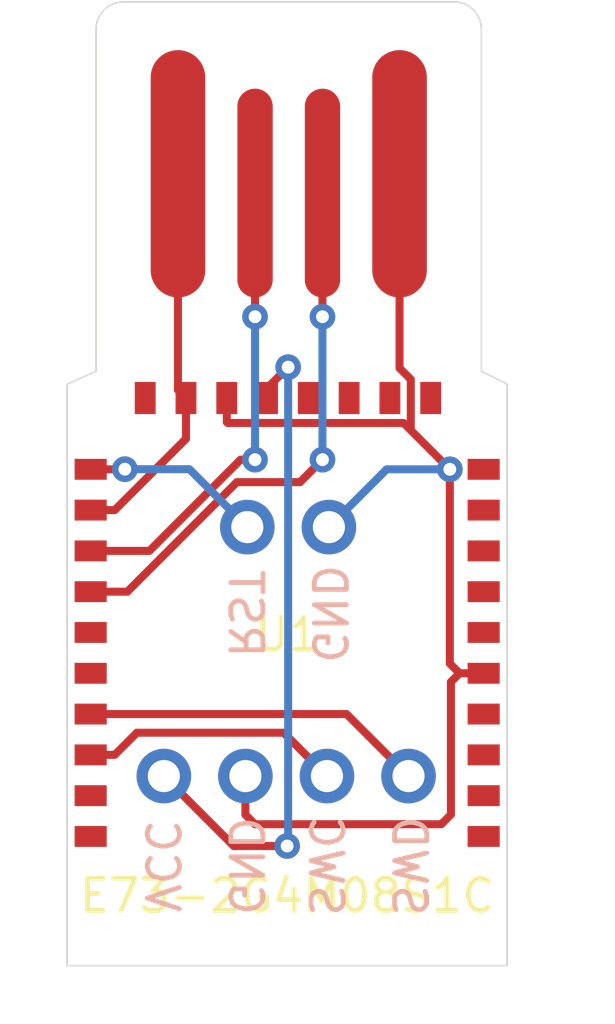
<source format=kicad_pcb>
(kicad_pcb (version 20171130) (host pcbnew "(5.1.5)-3")

  (general
    (thickness 1.6)
    (drawings 16)
    (tracks 63)
    (zones 0)
    (modules 4)
    (nets 27)
  )

  (page A4)
  (layers
    (0 F.Cu signal)
    (31 B.Cu signal)
    (32 B.Adhes user)
    (33 F.Adhes user)
    (34 B.Paste user)
    (35 F.Paste user)
    (36 B.SilkS user)
    (37 F.SilkS user)
    (38 B.Mask user)
    (39 F.Mask user)
    (40 Dwgs.User user)
    (41 Cmts.User user)
    (42 Eco1.User user)
    (43 Eco2.User user)
    (44 Edge.Cuts user)
    (45 Margin user)
    (46 B.CrtYd user)
    (47 F.CrtYd user)
    (48 B.Fab user)
    (49 F.Fab user)
  )

  (setup
    (last_trace_width 0.25)
    (trace_clearance 0.1524)
    (zone_clearance 0.508)
    (zone_45_only no)
    (trace_min 0.2)
    (via_size 0.8)
    (via_drill 0.4)
    (via_min_size 0.4)
    (via_min_drill 0.3)
    (uvia_size 0.3)
    (uvia_drill 0.1)
    (uvias_allowed no)
    (uvia_min_size 0.2)
    (uvia_min_drill 0.1)
    (edge_width 0.05)
    (segment_width 0.2)
    (pcb_text_width 0.3)
    (pcb_text_size 1.5 1.5)
    (mod_edge_width 0.12)
    (mod_text_size 1 1)
    (mod_text_width 0.15)
    (pad_size 1.524 1.524)
    (pad_drill 0.762)
    (pad_to_mask_clearance 0.051)
    (solder_mask_min_width 0.25)
    (aux_axis_origin 0 0)
    (visible_elements FFFFFF7F)
    (pcbplotparams
      (layerselection 0x010fc_ffffffff)
      (usegerberextensions false)
      (usegerberattributes false)
      (usegerberadvancedattributes false)
      (creategerberjobfile false)
      (excludeedgelayer true)
      (linewidth 0.100000)
      (plotframeref false)
      (viasonmask false)
      (mode 1)
      (useauxorigin false)
      (hpglpennumber 1)
      (hpglpenspeed 20)
      (hpglpendiameter 15.000000)
      (psnegative false)
      (psa4output false)
      (plotreference true)
      (plotvalue true)
      (plotinvisibletext false)
      (padsonsilk false)
      (subtractmaskfromsilk false)
      (outputformat 1)
      (mirror false)
      (drillshape 1)
      (scaleselection 1)
      (outputdirectory ""))
  )

  (net 0 "")
  (net 1 SWC)
  (net 2 GND)
  (net 3 SWD)
  (net 4 VCC)
  (net 5 RESET)
  (net 6 "Net-(J3-Pad3)")
  (net 7 "Net-(J3-Pad2)")
  (net 8 VBUS)
  (net 9 "Net-(U1-Pad10)")
  (net 10 "Net-(U1-Pad9)")
  (net 11 "Net-(U1-Pad8)")
  (net 12 "Net-(U1-Pad7)")
  (net 13 "Net-(U1-Pad6)")
  (net 14 "Net-(U1-Pad4)")
  (net 15 "Net-(U1-Pad3)")
  (net 16 "Net-(U1-Pad2)")
  (net 17 "Net-(U1-Pad1)")
  (net 18 "Net-(U1-Pad43)")
  (net 19 "Net-(U1-Pad33)")
  (net 20 "Net-(U1-Pad41)")
  (net 21 "Net-(U1-Pad35)")
  (net 22 "Net-(U1-Pad11)")
  (net 23 "Net-(U1-Pad13)")
  (net 24 "Net-(U1-Pad15)")
  (net 25 "Net-(U1-Pad17)")
  (net 26 "Net-(U1-Pad25)")

  (net_class Default "This is the default net class."
    (clearance 0.1524)
    (trace_width 0.25)
    (via_dia 0.8)
    (via_drill 0.4)
    (uvia_dia 0.3)
    (uvia_drill 0.1)
    (add_net GND)
    (add_net "Net-(J3-Pad2)")
    (add_net "Net-(J3-Pad3)")
    (add_net "Net-(U1-Pad1)")
    (add_net "Net-(U1-Pad10)")
    (add_net "Net-(U1-Pad11)")
    (add_net "Net-(U1-Pad13)")
    (add_net "Net-(U1-Pad15)")
    (add_net "Net-(U1-Pad17)")
    (add_net "Net-(U1-Pad2)")
    (add_net "Net-(U1-Pad25)")
    (add_net "Net-(U1-Pad3)")
    (add_net "Net-(U1-Pad33)")
    (add_net "Net-(U1-Pad35)")
    (add_net "Net-(U1-Pad4)")
    (add_net "Net-(U1-Pad41)")
    (add_net "Net-(U1-Pad43)")
    (add_net "Net-(U1-Pad6)")
    (add_net "Net-(U1-Pad7)")
    (add_net "Net-(U1-Pad8)")
    (add_net "Net-(U1-Pad9)")
    (add_net RESET)
    (add_net SWC)
    (add_net SWD)
    (add_net VBUS)
    (add_net VCC)
  )

  (module nrf52840-dongle-e73:usb-pcb (layer F.Cu) (tedit 5F211531) (tstamp 5F215EA2)
    (at 53.55 49.9)
    (path /5F21011A)
    (fp_text reference J3 (at 0 4.65) (layer F.SilkS) hide
      (effects (font (size 1 1) (thickness 0.15)))
    )
    (fp_text value USB_A (at 0 -4.55) (layer F.Fab)
      (effects (font (size 1 1) (thickness 0.15)))
    )
    (fp_line (start -6 6.15) (end -6 -5.35) (layer F.Fab) (width 0.12))
    (fp_line (start 6 6.15) (end -6 6.15) (layer F.Fab) (width 0.12))
    (fp_line (start 6 -5.35) (end 6 6.15) (layer F.Fab) (width 0.12))
    (fp_line (start -6 -5.35) (end 6 -5.35) (layer F.Fab) (width 0.12))
    (pad 3 smd oval (at 1.05 0.6) (size 1.1 6.5) (layers F.Cu F.Paste F.Mask)
      (net 6 "Net-(J3-Pad3)"))
    (pad 2 smd oval (at -1.05 0.6) (size 1.1 6.5) (layers F.Cu F.Paste F.Mask)
      (net 7 "Net-(J3-Pad2)"))
    (pad 4 smd oval (at 3.45 0) (size 1.7 7.7) (layers F.Cu F.Paste F.Mask)
      (net 2 GND))
    (pad 1 smd oval (at -3.45 0) (size 1.7 7.7) (layers F.Cu F.Paste F.Mask)
      (net 8 VBUS))
  )

  (module nrfmicro:E73-2G4M08S1C-52840-NO-UNDER (layer F.Cu) (tedit 5F210C71) (tstamp 5F215EC7)
    (at 53.5 56.5 270)
    (path /5F20E194)
    (fp_text reference U1 (at 7.746775 -0.000467 180) (layer F.SilkS)
      (effects (font (size 1 1) (thickness 0.15)))
    )
    (fp_text value E73-2G4M08S1C-52840 (at 9.778775 -0.635467 180) (layer F.Fab)
      (effects (font (size 1 1) (thickness 0.15)))
    )
    (fp_line (start -0.127 -6.604) (end -0.127 6.604) (layer F.Fab) (width 0.15))
    (fp_line (start -0.127 6.604) (end 18.034 6.604) (layer F.Fab) (width 0.15))
    (fp_line (start 18.034 6.604) (end 18.034 -6.604) (layer F.Fab) (width 0.15))
    (fp_line (start 18.034 -6.604) (end -0.127 -6.604) (layer F.Fab) (width 0.15))
    (fp_text user E73-2G4M08S1C (at 15.875 0) (layer F.SilkS)
      (effects (font (size 1 1) (thickness 0.15)))
    )
    (pad 10 smd rect (at 2.6 -6.119 270) (size 0.65 1) (layers F.Cu F.Paste F.Mask)
      (net 9 "Net-(U1-Pad10)"))
    (pad 9 smd rect (at 3.87 -6.119 270) (size 0.65 1) (layers F.Cu F.Paste F.Mask)
      (net 10 "Net-(U1-Pad9)"))
    (pad 8 smd rect (at 5.14 -6.119 270) (size 0.65 1) (layers F.Cu F.Paste F.Mask)
      (net 11 "Net-(U1-Pad8)"))
    (pad 7 smd rect (at 6.41 -6.119 270) (size 0.65 1) (layers F.Cu F.Paste F.Mask)
      (net 12 "Net-(U1-Pad7)"))
    (pad 6 smd rect (at 7.68 -6.119 270) (size 0.65 1) (layers F.Cu F.Paste F.Mask)
      (net 13 "Net-(U1-Pad6)"))
    (pad 5 smd rect (at 8.95 -6.119 270) (size 0.65 1) (layers F.Cu F.Paste F.Mask)
      (net 2 GND))
    (pad 4 smd rect (at 10.22 -6.119 270) (size 0.65 1) (layers F.Cu F.Paste F.Mask)
      (net 14 "Net-(U1-Pad4)"))
    (pad 3 smd rect (at 11.49 -6.119 270) (size 0.65 1) (layers F.Cu F.Paste F.Mask)
      (net 15 "Net-(U1-Pad3)"))
    (pad 2 smd rect (at 12.76 -6.119 270) (size 0.65 1) (layers F.Cu F.Paste F.Mask)
      (net 16 "Net-(U1-Pad2)"))
    (pad 1 smd rect (at 14.03 -6.119 270) (size 0.65 1) (layers F.Cu F.Paste F.Mask)
      (net 17 "Net-(U1-Pad1)"))
    (pad 31 smd rect (at 6.41 6.119 270) (size 0.65 1) (layers F.Cu F.Paste F.Mask)
      (net 6 "Net-(J3-Pad3)"))
    (pad 43 smd rect (at 14.03 6.119 270) (size 0.65 1) (layers F.Cu F.Paste F.Mask)
      (net 18 "Net-(U1-Pad43)"))
    (pad 33 smd rect (at 7.68 6.119 270) (size 0.65 1) (layers F.Cu F.Paste F.Mask)
      (net 19 "Net-(U1-Pad33)"))
    (pad 41 smd rect (at 12.76 6.119 270) (size 0.65 1) (layers F.Cu F.Paste F.Mask)
      (net 20 "Net-(U1-Pad41)"))
    (pad 39 smd rect (at 11.49 6.119 270) (size 0.65 1) (layers F.Cu F.Paste F.Mask)
      (net 1 SWC))
    (pad 37 smd rect (at 10.22 6.119 270) (size 0.65 1) (layers F.Cu F.Paste F.Mask)
      (net 3 SWD))
    (pad 29 smd rect (at 5.14 6.119 270) (size 0.65 1) (layers F.Cu F.Paste F.Mask)
      (net 7 "Net-(J3-Pad2)"))
    (pad 35 smd rect (at 8.95 6.119 270) (size 0.65 1) (layers F.Cu F.Paste F.Mask)
      (net 21 "Net-(U1-Pad35)"))
    (pad 27 smd rect (at 3.87 6.119 270) (size 0.65 1) (layers F.Cu F.Paste F.Mask)
      (net 8 VBUS))
    (pad 26 smd rect (at 2.6 6.119 270) (size 0.65 1) (layers F.Cu F.Paste F.Mask)
      (net 5 RESET))
    (pad 23 smd rect (at 0.381 3.15) (size 0.65 1) (layers F.Cu F.Paste F.Mask)
      (net 8 VBUS))
    (pad 11 smd rect (at 0.381 -4.47) (size 0.65 1) (layers F.Cu F.Paste F.Mask)
      (net 22 "Net-(U1-Pad11)"))
    (pad 21 smd rect (at 0.381 1.88) (size 0.65 1) (layers F.Cu F.Paste F.Mask)
      (net 2 GND))
    (pad 13 smd rect (at 0.381 -3.2) (size 0.65 1) (layers F.Cu F.Paste F.Mask)
      (net 23 "Net-(U1-Pad13)"))
    (pad 15 smd rect (at 0.381 -1.93) (size 0.65 1) (layers F.Cu F.Paste F.Mask)
      (net 24 "Net-(U1-Pad15)"))
    (pad 17 smd rect (at 0.381 -0.66) (size 0.65 1) (layers F.Cu F.Paste F.Mask)
      (net 25 "Net-(U1-Pad17)"))
    (pad 25 smd rect (at 0.381 4.42) (size 0.65 1) (layers F.Cu F.Paste F.Mask)
      (net 26 "Net-(U1-Pad25)"))
    (pad 19 smd rect (at 0.381 0.61) (size 0.65 1) (layers F.Cu F.Paste F.Mask)
      (net 4 VCC))
    (model ${KIPRJMOD}/nrfmicro.pretty/3d/E73-2G4M08S1C.step
      (at (xyz 0 0 0))
      (scale (xyz 1 1 1))
      (rotate (xyz 0 0 0))
    )
  )

  (module nrf52840-dongle-e73:reset-conn (layer F.Cu) (tedit 5F20F886) (tstamp 5F215E92)
    (at 52.26 60.9 90)
    (path /5F21F540)
    (fp_text reference J2 (at 0 4.45 90) (layer F.SilkS) hide
      (effects (font (size 1 1) (thickness 0.15)))
    )
    (fp_text value Conn_01x02_Female (at 0 -1.9 90) (layer F.Fab)
      (effects (font (size 1 1) (thickness 0.15)))
    )
    (pad 1 thru_hole circle (at 0 0 90) (size 1.7 1.7) (drill 1) (layers *.Cu *.Mask)
      (net 5 RESET))
    (pad 2 thru_hole oval (at 0 2.54 90) (size 1.7 1.7) (drill 1) (layers *.Cu *.Mask)
      (net 2 GND))
  )

  (module nrf52840-dongle-e73:programmer-conn (layer B.Cu) (tedit 5F20F79B) (tstamp 5F215E8C)
    (at 49.66 68.65 270)
    (path /5F21C9D0)
    (fp_text reference J1 (at 0 -10.3 270) (layer B.SilkS) hide
      (effects (font (size 1 1) (thickness 0.15)) (justify mirror))
    )
    (fp_text value Conn_01x04_Female (at 0 1.8 270) (layer B.Fab)
      (effects (font (size 1 1) (thickness 0.15)) (justify mirror))
    )
    (pad 3 thru_hole oval (at 0 -5.08 270) (size 1.7 1.7) (drill 1) (layers *.Cu *.Mask)
      (net 1 SWC))
    (pad 2 thru_hole oval (at 0 -2.54 270) (size 1.7 1.7) (drill 1) (layers *.Cu *.Mask)
      (net 2 GND))
    (pad 4 thru_hole oval (at 0 -7.62 270) (size 1.7 1.7) (drill 1) (layers *.Cu *.Mask)
      (net 3 SWD))
    (pad 1 thru_hole circle (at 0 0 270) (size 1.7 1.7) (drill 1) (layers *.Cu *.Mask)
      (net 4 VCC))
  )

  (gr_arc (start 58.7 45.4) (end 59.55 45.4) (angle -90) (layer Edge.Cuts) (width 0.05) (tstamp 5F2172AD))
  (gr_arc (start 48.4 45.4) (end 48.4 44.55) (angle -90) (layer Edge.Cuts) (width 0.05))
  (gr_text GND (at 54.8 63.6 270) (layer B.SilkS) (tstamp 5F216718)
    (effects (font (size 1 1) (thickness 0.15)) (justify mirror))
  )
  (gr_text RST (at 52.2 63.6 270) (layer B.SilkS) (tstamp 5F216717)
    (effects (font (size 1 1) (thickness 0.15)) (justify mirror))
  )
  (gr_line (start 46.65 74.55) (end 60.35 74.55) (layer Edge.Cuts) (width 0.05) (tstamp 5F2166DC))
  (gr_line (start 60.35 56.45) (end 59.55 56.05) (layer Edge.Cuts) (width 0.05) (tstamp 5F2166DB))
  (gr_line (start 60.35 74.55) (end 60.35 56.45) (layer Edge.Cuts) (width 0.05) (tstamp 5F2166D1))
  (gr_line (start 46.65 56.45) (end 47.55 56.05) (layer Edge.Cuts) (width 0.05) (tstamp 5F2166C8))
  (gr_line (start 46.65 74.55) (end 46.65 56.45) (layer Edge.Cuts) (width 0.05))
  (gr_line (start 47.55 45.4) (end 47.55 56.05) (layer Edge.Cuts) (width 0.05))
  (gr_line (start 59.55 45.4) (end 59.55 56.05) (layer Edge.Cuts) (width 0.05))
  (gr_line (start 48.4 44.55) (end 58.7 44.55) (layer Edge.Cuts) (width 0.05))
  (gr_text SWD (at 57.3 71.45 270) (layer B.SilkS) (tstamp 5F2162FE)
    (effects (font (size 1 1) (thickness 0.15)) (justify mirror))
  )
  (gr_text SWC (at 54.7 71.45 270) (layer B.SilkS) (tstamp 5F2162FE)
    (effects (font (size 1 1) (thickness 0.15)) (justify mirror))
  )
  (gr_text GND (at 52.2 71.45 270) (layer B.SilkS) (tstamp 5F2162FE)
    (effects (font (size 1 1) (thickness 0.15)) (justify mirror))
  )
  (gr_text VCC (at 49.6 71.45 270) (layer B.SilkS)
    (effects (font (size 1 1) (thickness 0.15)) (justify mirror))
  )

  (segment (start 47.381 67.99) (end 48.131 67.99) (width 0.25) (layer F.Cu) (net 1))
  (segment (start 48.131 67.99) (end 48.821 67.3) (width 0.25) (layer F.Cu) (net 1))
  (segment (start 53.39 67.3) (end 54.74 68.65) (width 0.25) (layer F.Cu) (net 1))
  (segment (start 48.821 67.3) (end 53.39 67.3) (width 0.25) (layer F.Cu) (net 1))
  (segment (start 51.62 57.631) (end 51.62 56.881) (width 0.25) (layer F.Cu) (net 2))
  (segment (start 51.647401 57.658401) (end 51.62 57.631) (width 0.25) (layer F.Cu) (net 2))
  (segment (start 54.8 60.9) (end 56.6 59.1) (width 0.25) (layer B.Cu) (net 2))
  (via (at 58.566598 59.1) (size 0.8) (drill 0.4) (layers F.Cu B.Cu) (net 2))
  (segment (start 56.6 59.1) (end 58.566598 59.1) (width 0.25) (layer B.Cu) (net 2))
  (segment (start 58.566598 59.665685) (end 58.566598 59.1) (width 0.25) (layer F.Cu) (net 2))
  (segment (start 58.566598 65.147598) (end 58.566598 59.665685) (width 0.25) (layer F.Cu) (net 2))
  (segment (start 58.869 65.45) (end 58.566598 65.147598) (width 0.25) (layer F.Cu) (net 2))
  (segment (start 59.619 65.45) (end 58.869 65.45) (width 0.25) (layer F.Cu) (net 2))
  (segment (start 52.2 69.852081) (end 52.497919 70.15) (width 0.25) (layer F.Cu) (net 2))
  (segment (start 52.2 68.65) (end 52.2 69.852081) (width 0.25) (layer F.Cu) (net 2))
  (segment (start 52.497919 70.15) (end 58.3 70.15) (width 0.25) (layer F.Cu) (net 2))
  (segment (start 58.3 70.15) (end 58.6 69.85) (width 0.25) (layer F.Cu) (net 2))
  (segment (start 58.6 65.719) (end 58.869 65.45) (width 0.25) (layer F.Cu) (net 2))
  (segment (start 58.6 69.85) (end 58.6 65.719) (width 0.25) (layer F.Cu) (net 2))
  (segment (start 58.566598 59.1) (end 57.35 57.883402) (width 0.25) (layer F.Cu) (net 2))
  (segment (start 57.35 57.883402) (end 57.35 56.3) (width 0.25) (layer F.Cu) (net 2))
  (segment (start 57 49.9) (end 57 55.95) (width 0.25) (layer F.Cu) (net 2))
  (segment (start 57 55.95) (end 57.35 56.3) (width 0.25) (layer F.Cu) (net 2))
  (segment (start 57.124999 57.658401) (end 57.35 57.883402) (width 0.25) (layer F.Cu) (net 2))
  (segment (start 51.647401 57.658401) (end 57.124999 57.658401) (width 0.25) (layer F.Cu) (net 2))
  (segment (start 55.35 66.72) (end 57.28 68.65) (width 0.25) (layer F.Cu) (net 3))
  (segment (start 47.381 66.72) (end 55.35 66.72) (width 0.25) (layer F.Cu) (net 3))
  (via (at 53.53124 55.919613) (size 0.8) (drill 0.4) (layers F.Cu B.Cu) (net 4))
  (segment (start 52.89 56.881) (end 52.89 56.560853) (width 0.25) (layer F.Cu) (net 4))
  (segment (start 52.89 56.560853) (end 53.53124 55.919613) (width 0.25) (layer F.Cu) (net 4))
  (segment (start 53.53124 55.919613) (end 53.53124 64.77876) (width 0.25) (layer B.Cu) (net 4))
  (via (at 53.5 70.8274) (size 0.8) (drill 0.4) (layers F.Cu B.Cu) (net 4))
  (segment (start 53.53124 64.77876) (end 53.53124 70.79616) (width 0.25) (layer B.Cu) (net 4))
  (segment (start 53.53124 70.79616) (end 53.5 70.8274) (width 0.25) (layer B.Cu) (net 4))
  (segment (start 51.8374 70.8274) (end 49.66 68.65) (width 0.25) (layer F.Cu) (net 4))
  (segment (start 53.5 70.8274) (end 51.8374 70.8274) (width 0.25) (layer F.Cu) (net 4))
  (segment (start 47.381 59.1) (end 48.44301 59.1) (width 0.25) (layer F.Cu) (net 5))
  (via (at 48.446505 59.096505) (size 0.8) (drill 0.4) (layers F.Cu B.Cu) (net 5))
  (segment (start 48.44301 59.1) (end 48.446505 59.096505) (width 0.25) (layer F.Cu) (net 5))
  (segment (start 50.456505 59.096505) (end 52.26 60.9) (width 0.25) (layer B.Cu) (net 5))
  (segment (start 48.446505 59.096505) (end 50.456505 59.096505) (width 0.25) (layer B.Cu) (net 5))
  (segment (start 48.524315 62.91) (end 47.381 62.91) (width 0.25) (layer F.Cu) (net 6))
  (segment (start 51.934315 59.5) (end 48.524315 62.91) (width 0.25) (layer F.Cu) (net 6))
  (via (at 54.6 54.35) (size 0.8) (drill 0.4) (layers F.Cu B.Cu) (net 6))
  (segment (start 54.6 50.5) (end 54.6 54) (width 0.25) (layer F.Cu) (net 6))
  (segment (start 54.6 54) (end 54.6 54.35) (width 0.25) (layer F.Cu) (net 6))
  (via (at 54.6 58.8) (size 0.8) (drill 0.4) (layers F.Cu B.Cu) (net 6))
  (segment (start 54.6 54.35) (end 54.6 58.8) (width 0.25) (layer B.Cu) (net 6))
  (segment (start 53.9 59.5) (end 51.934315 59.5) (width 0.25) (layer F.Cu) (net 6))
  (segment (start 54.6 58.8) (end 53.9 59.5) (width 0.25) (layer F.Cu) (net 6))
  (via (at 52.5 54.35) (size 0.8) (drill 0.4) (layers F.Cu B.Cu) (net 7))
  (segment (start 52.5 50.5) (end 52.5 54.35) (width 0.25) (layer F.Cu) (net 7))
  (via (at 52.5 58.8) (size 0.8) (drill 0.4) (layers F.Cu B.Cu) (net 7))
  (segment (start 52.5 54.35) (end 52.5 58.8) (width 0.25) (layer B.Cu) (net 7))
  (segment (start 49.21 61.64) (end 47.381 61.64) (width 0.25) (layer F.Cu) (net 7))
  (segment (start 52.5 58.8) (end 52.05 58.8) (width 0.25) (layer F.Cu) (net 7))
  (segment (start 52.05 58.8) (end 49.21 61.64) (width 0.25) (layer F.Cu) (net 7))
  (segment (start 50.1 56.631) (end 50.35 56.881) (width 0.25) (layer F.Cu) (net 8))
  (segment (start 50.1 49.9) (end 50.1 56.631) (width 0.25) (layer F.Cu) (net 8))
  (segment (start 50.35 57.631) (end 50.35 56.881) (width 0.25) (layer F.Cu) (net 8))
  (segment (start 50.35 58.151) (end 50.35 57.631) (width 0.25) (layer F.Cu) (net 8))
  (segment (start 48.131 60.37) (end 50.35 58.151) (width 0.25) (layer F.Cu) (net 8))
  (segment (start 47.381 60.37) (end 48.131 60.37) (width 0.25) (layer F.Cu) (net 8))

)

</source>
